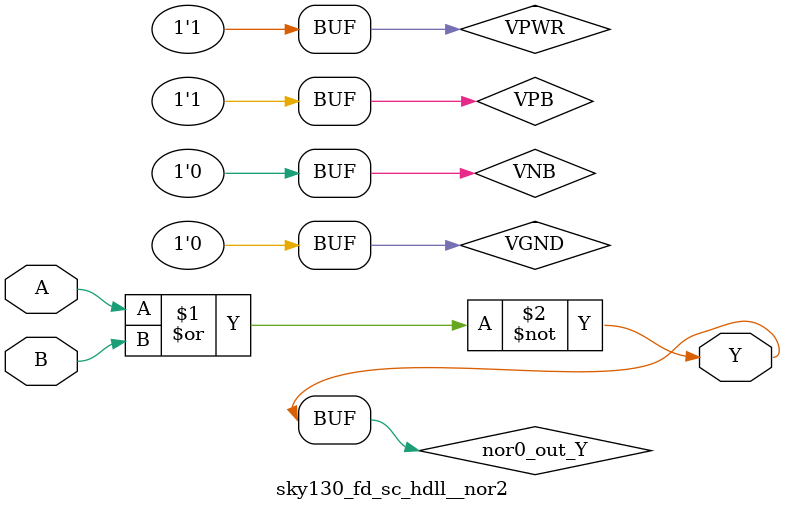
<source format=v>
/*
 * Copyright 2020 The SkyWater PDK Authors
 *
 * Licensed under the Apache License, Version 2.0 (the "License");
 * you may not use this file except in compliance with the License.
 * You may obtain a copy of the License at
 *
 *     https://www.apache.org/licenses/LICENSE-2.0
 *
 * Unless required by applicable law or agreed to in writing, software
 * distributed under the License is distributed on an "AS IS" BASIS,
 * WITHOUT WARRANTIES OR CONDITIONS OF ANY KIND, either express or implied.
 * See the License for the specific language governing permissions and
 * limitations under the License.
 *
 * SPDX-License-Identifier: Apache-2.0
*/


`ifndef SKY130_FD_SC_HDLL__NOR2_BEHAVIORAL_V
`define SKY130_FD_SC_HDLL__NOR2_BEHAVIORAL_V

/**
 * nor2: 2-input NOR.
 *
 * Verilog simulation functional model.
 */

`timescale 1ns / 1ps
`default_nettype none

`celldefine
module sky130_fd_sc_hdll__nor2 (
    Y,
    A,
    B
);

    // Module ports
    output Y;
    input  A;
    input  B;

    // Module supplies
    supply1 VPWR;
    supply0 VGND;
    supply1 VPB ;
    supply0 VNB ;

    // Local signals
    wire nor0_out_Y;

    //  Name  Output      Other arguments
    nor nor0 (nor0_out_Y, A, B           );
    buf buf0 (Y         , nor0_out_Y     );

endmodule
`endcelldefine

`default_nettype wire
`endif  // SKY130_FD_SC_HDLL__NOR2_BEHAVIORAL_V
</source>
